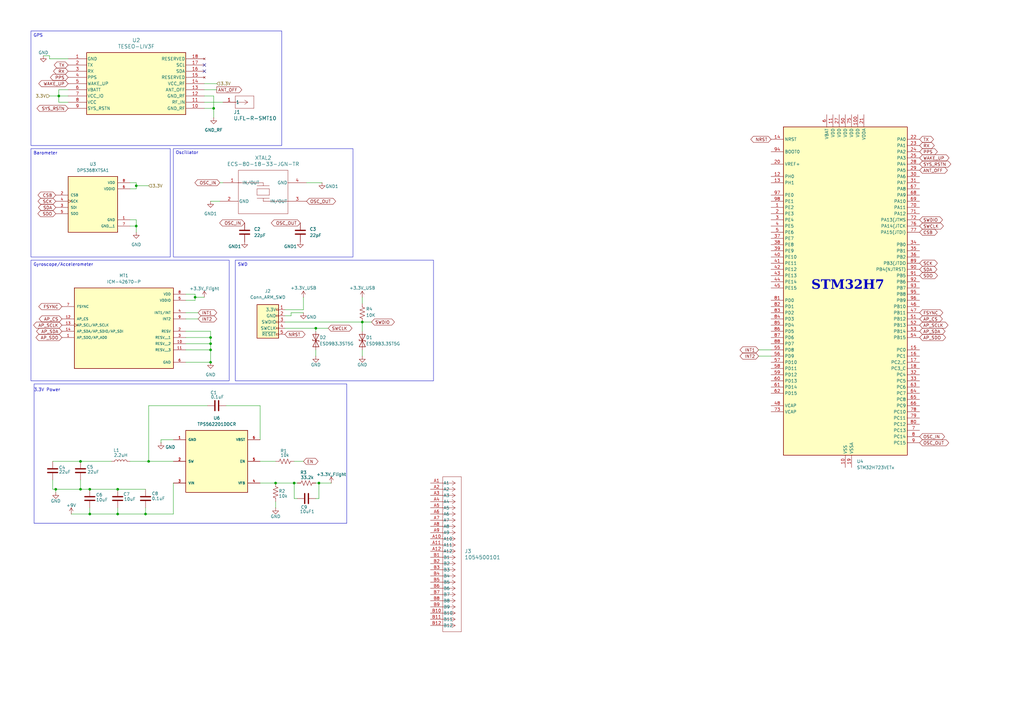
<source format=kicad_sch>
(kicad_sch (version 20250114) (generator "eeschema") (generator_version "9.0")
  (paper "A3")
  (lib_symbols
    (symbol "DPS368XTSA1:DPS368XTSA1" (pin_names (offset 1.016))
      (property "Reference" "U" (at -10.16 10.922 0))
      (property "Value" "DPS368XTSA1" (at -10.16 -15.24 0))
      (symbol "DPS368XTSA1_0_0"
        (pin input line (at -15.24 2.54 0) (length 5.08) (name "CSB") (number "2"))
        (pin input clock (at -15.24 0 0) (length 5.08) (name "SCK") (number "4"))
        (pin input line (at -15.24 -2.54 0) (length 5.08) (name "SDI") (number "3"))
        (pin output line (at -15.24 -5.08 0) (length 5.08) (name "SDO") (number "5"))
        (pin power_in line (at 15.24 7.62 180) (length 5.08) (name "VDD") (number "8"))
        (pin power_in line (at 15.24 5.08 180) (length 5.08) (name "VDDIO") (number "6"))
        (pin power_in line (at 15.24 -7.62 180) (length 5.08) (name "GND") (number "1"))
        (pin power_in line (at 15.24 -10.16 180) (length 5.08) (name "GND__1") (number "7"))
      )
    )
    (symbol "Device:C" (pin_numbers (hide yes)) (pin_names (offset 0.254))
      (property "Reference" "C" (at 0.635 2.54 0))
      (property "Value" "C" (at 0.635 -2.54 0))
      (symbol "C_1_1"
        (pin passive line (at 0 3.81 270) (length 2.794) (name "~") (number "1"))
        (pin passive line (at 0 -3.81 90) (length 2.794) (name "~") (number "2"))
      )
    )
    (symbol "Device:L" (pin_numbers (hide yes)) (pin_names (offset 1.016) (hide yes))
      (property "Reference" "L" (at -1.27 0 90))
      (property "Value" "L" (at 1.905 0 90))
      (symbol "L_1_1"
        (pin passive line (at 0 3.81 270) (length 1.27) (name "1") (number "1"))
        (pin passive line (at 0 -3.81 90) (length 1.27) (name "2") (number "2"))
      )
    )
    (symbol "Device:R_US" (pin_numbers (hide yes)) (pin_names (offset 0))
      (property "Reference" "R" (at 2.54 0 90))
      (property "Value" "R_US" (at -2.54 0 90))
      (symbol "R_US_1_1"
        (pin passive line (at 0 3.81 270) (length 1.27) (name "~") (number "1"))
        (pin passive line (at 0 -3.81 90) (length 1.27) (name "~") (number "2"))
      )
    )
    (symbol "Diode:ESD9B3.3ST5G" (pin_numbers (hide yes)) (pin_names (offset 1.016) (hide yes))
      (property "Reference" "D" (at 0 2.54 0))
      (property "Value" "ESD9B3.3ST5G" (at 0 -2.54 0))
      (symbol "ESD9B3.3ST5G_1_1"
        (pin passive line (at -3.81 0 0) (length 2.54) (name "A1") (number "1"))
        (pin passive line (at 3.81 0 180) (length 2.54) (name "A2") (number "2"))
      )
    )
    (symbol "ECS-80-18-33-JGN-TR_1" (pin_names (offset 0.254))
      (property "Reference" "XTAL" (at 17.78 10.16 0))
      (property "Value" "ECS-80-18-33-JGN-TR" (at 19.558 7.62 0))
      (symbol "ECS-80-18-33-JGN-TR_1_0_1"
        (pin power_out line (at 0 -7.62 0) (length 7.62) (name "GND") (number "2"))
        (pin bidirectional line (at 1.27 0 0) (length 7.62) (name "IN/OUT") (number "1"))
      )
      (symbol "ECS-80-18-33-JGN-TR_1_1_1"
        (pin power_out line (at 35.56 0 180) (length 7.62) (name "GND") (number "4"))
        (pin bidirectional line (at 35.56 -7.62 180) (length 7.62) (name "IN/OUT") (number "3"))
      )
    )
    (symbol "ICM-42670-P:ICM-42670-P" (pin_names (offset 1.016))
      (property "Reference" "MT" (at -20.32 13.97 0))
      (property "Value" "ICM-42670-P" (at -20.32 -22.86 0))
      (symbol "ICM-42670-P_0_0"
        (pin input line (at -25.4 5.08 0) (length 5.08) (name "FSYNC") (number "7"))
        (pin input line (at -25.4 0 0) (length 5.08) (name "AP_CS") (number "12"))
        (pin input clock (at -25.4 -2.54 0) (length 5.08) (name "AP_SCL/AP_SCLK") (number "13"))
        (pin bidirectional line (at -25.4 -5.08 0) (length 5.08) (name "AP_SDA/AP_SDIO/AP_SDI") (number "14"))
        (pin bidirectional line (at -25.4 -7.62 0) (length 5.08) (name "AP_SDO/AP_AD0") (number "1"))
        (pin power_in line (at 25.4 10.16 180) (length 5.08) (name "VDD") (number "8"))
        (pin power_in line (at 25.4 7.62 180) (length 5.08) (name "VDDIO") (number "5"))
        (pin output line (at 25.4 2.54 180) (length 5.08) (name "INT1/INT") (number "4"))
        (pin output line (at 25.4 0 180) (length 5.08) (name "INT2") (number "9"))
        (pin passive line (at 25.4 -5.08 180) (length 5.08) (name "RESV") (number "2"))
        (pin passive line (at 25.4 -7.62 180) (length 5.08) (name "RESV__1") (number "3"))
        (pin passive line (at 25.4 -10.16 180) (length 5.08) (name "RESV__2") (number "10"))
        (pin passive line (at 25.4 -12.7 180) (length 5.08) (name "RESV__3") (number "11"))
        (pin power_in line (at 25.4 -17.78 180) (length 5.08) (name "GND") (number "6"))
      )
    )
    (symbol "MCU_ST_STM32H7:STM32H723VETx"
      (property "Reference" "U" (at -25.4 69.85 0))
      (property "Value" "STM32H723VETx" (at 10.16 69.85 0))
      (symbol "STM32H723VETx_1_1"
        (pin input line (at -30.48 63.5 0) (length 5.08) (name "NRST") (number "14"))
        (pin input line (at -30.48 58.42 0) (length 5.08) (name "BOOT0") (number "94"))
        (pin input line (at -30.48 53.34 0) (length 5.08) (name "VREF+") (number "20"))
        (pin bidirectional line (at -30.48 48.26 0) (length 5.08) (name "PH0") (number "12"))
        (pin bidirectional line (at -30.48 45.72 0) (length 5.08) (name "PH1") (number "13"))
        (pin bidirectional line (at -30.48 40.64 0) (length 5.08) (name "PE0") (number "97"))
        (pin bidirectional line (at -30.48 38.1 0) (length 5.08) (name "PE1") (number "98"))
        (pin bidirectional line (at -30.48 35.56 0) (length 5.08) (name "PE2") (number "1"))
        (pin bidirectional line (at -30.48 33.02 0) (length 5.08) (name "PE3") (number "2"))
        (pin bidirectional line (at -30.48 30.48 0) (length 5.08) (name "PE4") (number "3"))
        (pin bidirectional line (at -30.48 27.94 0) (length 5.08) (name "PE5") (number "4"))
        (pin bidirectional line (at -30.48 25.4 0) (length 5.08) (name "PE6") (number "5"))
        (pin bidirectional line (at -30.48 22.86 0) (length 5.08) (name "PE7") (number "37"))
        (pin bidirectional line (at -30.48 20.32 0) (length 5.08) (name "PE8") (number "38"))
        (pin bidirectional line (at -30.48 17.78 0) (length 5.08) (name "PE9") (number "39"))
        (pin bidirectional line (at -30.48 15.24 0) (length 5.08) (name "PE10") (number "40"))
        (pin bidirectional line (at -30.48 12.7 0) (length 5.08) (name "PE11") (number "41"))
        (pin bidirectional line (at -30.48 10.16 0) (length 5.08) (name "PE12") (number "42"))
        (pin bidirectional line (at -30.48 7.62 0) (length 5.08) (name "PE13") (number "43"))
        (pin bidirectional line (at -30.48 5.08 0) (length 5.08) (name "PE14") (number "44"))
        (pin bidirectional line (at -30.48 2.54 0) (length 5.08) (name "PE15") (number "45"))
        (pin bidirectional line (at -30.48 -2.54 0) (length 5.08) (name "PD0") (number "81"))
        (pin bidirectional line (at -30.48 -5.08 0) (length 5.08) (name "PD1") (number "82"))
        (pin bidirectional line (at -30.48 -7.62 0) (length 5.08) (name "PD2") (number "83"))
        (pin bidirectional line (at -30.48 -10.16 0) (length 5.08) (name "PD3") (number "84"))
        (pin bidirectional line (at -30.48 -12.7 0) (length 5.08) (name "PD4") (number "85"))
        (pin bidirectional line (at -30.48 -15.24 0) (length 5.08) (name "PD5") (number "86"))
        (pin bidirectional line (at -30.48 -17.78 0) (length 5.08) (name "PD6") (number "87"))
        (pin bidirectional line (at -30.48 -20.32 0) (length 5.08) (name "PD7") (number "88"))
        (pin bidirectional line (at -30.48 -22.86 0) (length 5.08) (name "PD8") (number "55"))
        (pin bidirectional line (at -30.48 -25.4 0) (length 5.08) (name "PD9") (number "56"))
        (pin bidirectional line (at -30.48 -27.94 0) (length 5.08) (name "PD10") (number "57"))
        (pin bidirectional line (at -30.48 -30.48 0) (length 5.08) (name "PD11") (number "58"))
        (pin bidirectional line (at -30.48 -33.02 0) (length 5.08) (name "PD12") (number "59"))
        (pin bidirectional line (at -30.48 -35.56 0) (length 5.08) (name "PD13") (number "60"))
        (pin bidirectional line (at -30.48 -38.1 0) (length 5.08) (name "PD14") (number "61"))
        (pin bidirectional line (at -30.48 -40.64 0) (length 5.08) (name "PD15") (number "62"))
        (pin power_out line (at -30.48 -45.72 0) (length 5.08) (name "VCAP") (number "48"))
        (pin power_out line (at -30.48 -48.26 0) (length 5.08) (name "VCAP") (number "73"))
        (pin power_in line (at -7.62 73.66 270) (length 5.08) (name "VBAT") (number "6"))
        (pin power_in line (at -5.08 73.66 270) (length 5.08) (name "VDD") (number "11"))
        (pin power_in line (at -2.54 73.66 270) (length 5.08) (name "VDD") (number "27"))
        (pin power_in line (at 0 73.66 270) (length 5.08) (name "VDD") (number "50"))
        (pin power_in line (at 0 -71.12 90) (length 5.08) (name "VSS") (number "10"))
        (pin passive line (at 0 -71.12 90) (length 5.08) (hide yes) (name "VSS") (number "26"))
        (pin passive line (at 0 -71.12 90) (length 5.08) (hide yes) (name "VSS") (number "49"))
        (pin passive line (at 0 -71.12 90) (length 5.08) (hide yes) (name "VSS") (number "74"))
        (pin passive line (at 0 -71.12 90) (length 5.08) (hide yes) (name "VSS") (number "99"))
        (pin power_in line (at 2.54 73.66 270) (length 5.08) (name "VDD") (number "75"))
        (pin power_in line (at 2.54 -71.12 90) (length 5.08) (name "VSSA") (number "19"))
        (pin power_in line (at 5.08 73.66 270) (length 5.08) (name "VDD") (number "100"))
        (pin power_in line (at 7.62 73.66 270) (length 5.08) (name "VDDA") (number "21"))
        (pin bidirectional line (at 30.48 63.5 180) (length 5.08) (name "PA0") (number "22"))
        (pin bidirectional line (at 30.48 60.96 180) (length 5.08) (name "PA1") (number "23"))
        (pin bidirectional line (at 30.48 58.42 180) (length 5.08) (name "PA2") (number "24"))
        (pin bidirectional line (at 30.48 55.88 180) (length 5.08) (name "PA3") (number "25"))
        (pin bidirectional line (at 30.48 53.34 180) (length 5.08) (name "PA4") (number "28"))
        (pin bidirectional line (at 30.48 50.8 180) (length 5.08) (name "PA5") (number "29"))
        (pin bidirectional line (at 30.48 48.26 180) (length 5.08) (name "PA6") (number "30"))
        (pin bidirectional line (at 30.48 45.72 180) (length 5.08) (name "PA7") (number "31"))
        (pin bidirectional line (at 30.48 43.18 180) (length 5.08) (name "PA8") (number "67"))
        (pin bidirectional line (at 30.48 40.64 180) (length 5.08) (name "PA9") (number "68"))
        (pin bidirectional line (at 30.48 38.1 180) (length 5.08) (name "PA10") (number "69"))
        (pin bidirectional line (at 30.48 35.56 180) (length 5.08) (name "PA11") (number "70"))
        (pin bidirectional line (at 30.48 33.02 180) (length 5.08) (name "PA12") (number "71"))
        (pin bidirectional line (at 30.48 30.48 180) (length 5.08) (name "PA13(JTMS") (number "72"))
        (pin bidirectional line (at 30.48 27.94 180) (length 5.08) (name "PA14(JTCK") (number "76"))
        (pin bidirectional line (at 30.48 25.4 180) (length 5.08) (name "PA15(JTDI)") (number "77"))
        (pin bidirectional line (at 30.48 20.32 180) (length 5.08) (name "PB0") (number "34"))
        (pin bidirectional line (at 30.48 17.78 180) (length 5.08) (name "PB1") (number "35"))
        (pin bidirectional line (at 30.48 15.24 180) (length 5.08) (name "PB2") (number "36"))
        (pin bidirectional line (at 30.48 12.7 180) (length 5.08) (name "PB3(JTDO") (number "89"))
        (pin bidirectional line (at 30.48 10.16 180) (length 5.08) (name "PB4(NJTRST)") (number "90"))
        (pin bidirectional line (at 30.48 7.62 180) (length 5.08) (name "PB5") (number "91"))
        (pin bidirectional line (at 30.48 5.08 180) (length 5.08) (name "PB6") (number "92"))
        (pin bidirectional line (at 30.48 2.54 180) (length 5.08) (name "PB7") (number "93"))
        (pin bidirectional line (at 30.48 0 180) (length 5.08) (name "PB8") (number "95"))
        (pin bidirectional line (at 30.48 -2.54 180) (length 5.08) (name "PB9") (number "96"))
        (pin bidirectional line (at 30.48 -5.08 180) (length 5.08) (name "PB10") (number "46"))
        (pin bidirectional line (at 30.48 -7.62 180) (length 5.08) (name "PB11") (number "47"))
        (pin bidirectional line (at 30.48 -10.16 180) (length 5.08) (name "PB12") (number "51"))
        (pin bidirectional line (at 30.48 -12.7 180) (length 5.08) (name "PB13") (number "52"))
        (pin bidirectional line (at 30.48 -15.24 180) (length 5.08) (name "PB14") (number "53"))
        (pin bidirectional line (at 30.48 -17.78 180) (length 5.08) (name "PB15") (number "54"))
        (pin bidirectional line (at 30.48 -22.86 180) (length 5.08) (name "PC0") (number "15"))
        (pin bidirectional line (at 30.48 -25.4 180) (length 5.08) (name "PC1") (number "16"))
        (pin bidirectional line (at 30.48 -27.94 180) (length 5.08) (name "PC2_C") (number "17"))
        (pin bidirectional line (at 30.48 -30.48 180) (length 5.08) (name "PC3_C") (number "18"))
        (pin bidirectional line (at 30.48 -33.02 180) (length 5.08) (name "PC4") (number "32"))
        (pin bidirectional line (at 30.48 -35.56 180) (length 5.08) (name "PC5") (number "33"))
        (pin bidirectional line (at 30.48 -38.1 180) (length 5.08) (name "PC6") (number "63"))
        (pin bidirectional line (at 30.48 -40.64 180) (length 5.08) (name "PC7") (number "64"))
        (pin bidirectional line (at 30.48 -43.18 180) (length 5.08) (name "PC8") (number "65"))
        (pin bidirectional line (at 30.48 -45.72 180) (length 5.08) (name "PC9") (number "66"))
        (pin bidirectional line (at 30.48 -48.26 180) (length 5.08) (name "PC10") (number "78"))
        (pin bidirectional line (at 30.48 -50.8 180) (length 5.08) (name "PC11") (number "79"))
        (pin bidirectional line (at 30.48 -53.34 180) (length 5.08) (name "PC12") (number "80"))
        (pin bidirectional line (at 30.48 -55.88 180) (length 5.08) (name "PC13") (number "7"))
        (pin bidirectional line (at 30.48 -58.42 180) (length 5.08) (name "PC14") (number "8"))
        (pin bidirectional line (at 30.48 -60.96 180) (length 5.08) (name "PC15") (number "9"))
      )
    )
    (symbol "SWD:Conn_ARM_JTAG_SWD_10" (pin_names (offset 1.016))
      (property "Reference" "J" (at 0.762 15.748 0))
      (property "Value" "Conn_ARM_SWD" (at 0.762 13.208 0))
      (symbol "Conn_ARM_JTAG_SWD_10_1_1"
        (pin power_in line (at -2.54 8.89 180) (length 2.54) (name "3.3V") (number "1"))
        (pin power_in line (at -2.54 6.35 180) (length 2.54) (name "GND") (number "2"))
        (pin output line (at -2.54 3.81 180) (length 2.54) (name "SWDIO") (number "3"))
        (pin bidirectional line (at -2.54 1.27 180) (length 2.54) (name "SWCLK") (number "4"))
        (pin open_collector line (at -2.54 -1.27 180) (length 2.54) (name "~{RESET}") (number "5"))
      )
    )
    (symbol "TESEO-LIV3F:TESEO-LIV3F" (pin_names (offset 0.254))
      (property "Reference" "U" (at 27.94 10.16 0))
      (property "Value" "TESEO-LIV3F" (at 27.94 7.62 0))
      (symbol "TESEO-LIV3F_0_1"
        (pin power_out line (at 0 0 0) (length 7.62) (name "GND") (number "1"))
        (pin output line (at 0 -2.54 0) (length 7.62) (name "TX") (number "2"))
        (pin input line (at 0 -5.08 0) (length 7.62) (name "RX") (number "3"))
        (pin output line (at 0 -7.62 0) (length 7.62) (name "PPS") (number "4"))
        (pin input line (at 0 -10.16 0) (length 7.62) (name "WAKE_UP") (number "5"))
        (pin power_in line (at 0 -12.7 0) (length 7.62) (name "VBATT") (number "6"))
        (pin power_in line (at 0 -15.24 0) (length 7.62) (name "VCC_IO") (number "7"))
        (pin power_in line (at 0 -17.78 0) (length 7.62) (name "VCC") (number "8"))
        (pin input line (at 0 -20.32 0) (length 7.62) (name "SYS_RSTN") (number "9"))
        (pin no_connect line (at 55.88 0 180) (length 7.62) (name "RESERVED") (number "18"))
        (pin bidirectional line (at 55.88 -2.54 180) (length 7.62) (name "SCL") (number "17"))
        (pin bidirectional line (at 55.88 -5.08 180) (length 7.62) (name "SDA") (number "16"))
        (pin no_connect line (at 55.88 -7.62 180) (length 7.62) (name "RESERVED") (number "15"))
        (pin output line (at 55.88 -10.16 180) (length 7.62) (name "VCC_RF") (number "14"))
        (pin output line (at 55.88 -12.7 180) (length 7.62) (name "ANT_OFF") (number "13"))
        (pin power_out line (at 55.88 -15.24 180) (length 7.62) (name "GND_RF") (number "12"))
        (pin input line (at 55.88 -17.78 180) (length 7.62) (name "RF_IN") (number "11"))
        (pin power_out line (at 55.88 -20.32 180) (length 7.62) (name "GND_RF") (number "10"))
      )
    )
    (symbol "TPS562201DDCR_1" (pin_names (offset 1.016))
      (property "Reference" "U" (at -12.7 13.7 0))
      (property "Value" "TPS562201DDCR" (at -12.7 -16.7 0))
      (symbol "TPS562201DDCR_1_0_0"
        (pin power_in line (at -17.78 8.89 0) (length 5.08) (name "GND") (number "1"))
        (pin bidirectional line (at -17.78 0 0) (length 5.08) (name "SW") (number "2"))
        (pin power_in line (at -17.78 -8.89 0) (length 5.08) (name "VIN") (number "3"))
        (pin input line (at 17.78 8.89 180) (length 5.08) (name "VBST") (number "6"))
        (pin input line (at 17.78 0 180) (length 5.08) (name "EN") (number "5"))
        (pin input line (at 17.78 -8.89 180) (length 5.08) (name "VFB") (number "4"))
      )
    )
    (symbol "U.FL_CONN_v.UL:U.FL-R-SMT10" (pin_names (offset 0.254))
      (property "Reference" "J" (at 8.89 4.318 0))
      (property "Value" "U.FL-R-SMT10" (at 0.254 9.144 0))
      (symbol "U.FL-R-SMT10_1_1"
        (pin unspecified line (at 0 0 0) (length 5.08) (name "1") (number "1"))
      )
      (symbol "U.FL-R-SMT10_1_2"
        (pin unspecified line (at 0 0 0) (length 5.08) (name "1") (number "1"))
      )
    )
    (symbol "power:+3.3V" (power) (pin_numbers (hide yes)) (pin_names (offset 0) (hide yes))
      (property "Value" "+3.3V" (at 0 3.556 0))
      (symbol "+3.3V_1_1"
        (pin power_in line (at 0 0 90) (length 0) (name "~") (number "1"))
      )
    )
    (symbol "power:+9V" (power) (pin_numbers (hide yes)) (pin_names (offset 0) (hide yes))
      (property "Value" "+9V" (at 0 3.556 0))
      (symbol "+9V_1_1"
        (pin power_in line (at 0 0 90) (length 0) (name "~") (number "1"))
      )
    )
    (symbol "power:GND" (power) (pin_numbers (hide yes)) (pin_names (offset 0) (hide yes))
      (property "Value" "GND" (at 0 -3.81 0))
      (symbol "GND_1_1"
        (pin power_in line (at 0 0 270) (length 0) (name "~") (number "1"))
      )
    )
    (symbol "power:GND1" (power) (pin_numbers (hide yes)) (pin_names (offset 0) (hide yes))
      (property "Value" "GND1" (at 0 -3.81 0))
      (symbol "GND1_1_1"
        (pin power_in line (at 0 0 270) (length 0) (name "~") (number "1"))
      )
    )
    (symbol "usbc:1054500101" (pin_names (offset 0.254))
      (property "Reference" "J" (at 8.89 6.35 0))
      (property "Value" "1054500101" (at 1.016 4.826 0))
      (symbol "1054500101_0_1"
        (pin unspecified line (at 0 0 0) (length 5.08) (name "A1") (number "A1"))
        (pin unspecified line (at 0 -2.54 0) (length 5.08) (name "A2") (number "A2"))
        (pin unspecified line (at 0 -5.08 0) (length 5.08) (name "A3") (number "A3"))
        (pin unspecified line (at 0 -7.62 0) (length 5.08) (name "A4") (number "A4"))
        (pin unspecified line (at 0 -10.16 0) (length 5.08) (name "A5") (number "A5"))
        (pin unspecified line (at 0 -12.7 0) (length 5.08) (name "A6") (number "A6"))
        (pin unspecified line (at 0 -15.24 0) (length 5.08) (name "A7") (number "A7"))
        (pin unspecified line (at 0 -17.78 0) (length 5.08) (name "A8") (number "A8"))
        (pin unspecified line (at 0 -20.32 0) (length 5.08) (name "A9") (number "A9"))
        (pin unspecified line (at 0 -22.86 0) (length 5.08) (name "A10") (number "A10"))
        (pin unspecified line (at 0 -25.4 0) (length 5.08) (name "A11") (number "A11"))
        (pin unspecified line (at 0 -27.94 0) (length 5.08) (name "A12") (number "A12"))
        (pin unspecified line (at 0 -30.48 0) (length 5.08) (name "B1") (number "B1"))
        (pin unspecified line (at 0 -33.02 0) (length 5.08) (name "B2") (number "B2"))
        (pin unspecified line (at 0 -35.56 0) (length 5.08) (name "B3") (number "B3"))
        (pin unspecified line (at 0 -38.1 0) (length 5.08) (name "B4") (number "B4"))
        (pin unspecified line (at 0 -40.64 0) (length 5.08) (name "B5") (number "B5"))
        (pin unspecified line (at 0 -43.18 0) (length 5.08) (name "B6") (number "B6"))
        (pin unspecified line (at 0 -45.72 0) (length 5.08) (name "B7") (number "B7"))
        (pin unspecified line (at 0 -48.26 0) (length 5.08) (name "B8") (number "B8"))
        (pin unspecified line (at 0 -50.8 0) (length 5.08) (name "B9") (number "B9"))
        (pin unspecified line (at 0 -53.34 0) (length 5.08) (name "B10") (number "B10"))
        (pin unspecified line (at 0 -55.88 0) (length 5.08) (name "B11") (number "B11"))
        (pin unspecified line (at 0 -58.42 0) (length 5.08) (name "B12") (number "B12"))
      )
    )
  )
  (rectangle (start 71.12 60.96) (end 144.78 105.41))
  (rectangle (start 13.97 157.48) (end 142.24 214.63))
  (text "3.3V Power\n" (at 19.304 160.02 0) (effects (font (size 1.27 1.27))))
  (text "STM32H7" (at 347.726 118.11 0) (effects (font (size 3.81 3.81) (bold yes))))
  (text "Oscillator\n" (at 76.708 62.738 0) (effects (font (size 1.27 1.27))))
  (text_box "GPS\n" (at 12.7 12.7 0) (size 102.87 46.99) (margins 0.9525 0.9525 0.9525 0.9525) (effects (font (size 1.27 1.27)) (justify left top)))
  (text_box "SWD\n" (at 96.52 106.68 0) (size 81.28 49.53) (margins 0.9525 0.9525 0.9525 0.9525) (effects (font (size 1.27 1.27)) (justify left top)))
  (text_box "Barometer\n" (at 12.7 60.96 0) (size 57.15 44.45) (margins 0.9525 0.9525 0.9525 0.9525) (effects (font (size 1.27 1.27)) (justify left top)))
  (text_box "Gyroscope/Accelerometer\n" (at 12.7 106.68 0) (size 81.28 49.53) (margins 0.9525 0.9525 0.9525 0.9525) (effects (font (size 1.27 1.27)) (justify left top)))
  (junction (at 130.81 198.12))
  (junction (at 113.03 198.12))
  (junction (at 148.59 132.08))
  (junction (at 55.88 92.71))
  (junction (at 59.69 210.82))
  (junction (at 80.01 121.92))
  (junction (at 120.65 198.12))
  (junction (at 22.86 200.66))
  (junction (at 60.96 189.23))
  (junction (at 24.13 39.37))
  (junction (at 129.54 134.62))
  (junction (at 87.63 44.45))
  (junction (at 33.02 189.23))
  (junction (at 48.26 200.66))
  (junction (at 33.02 200.66))
  (junction (at 36.83 210.82))
  (junction (at 48.26 210.82))
  (junction (at 86.36 138.43))
  (junction (at 86.36 148.59))
  (junction (at 36.83 200.66))
  (junction (at 86.36 143.51))
  (junction (at 55.88 76.2))
  (junction (at 86.36 140.97))
  (no_connect (at 83.82 29.21))
  (no_connect (at 83.82 26.67))
  (wire (pts (xy 129.54 134.62) (xy 116.84 134.62)))
  (wire (pts (xy 148.59 132.08) (xy 152.4 132.08)))
  (wire (pts (xy 76.2 138.43) (xy 86.36 138.43)))
  (wire (pts (xy 83.82 44.45) (xy 87.63 44.45)))
  (wire (pts (xy 106.68 180.34) (xy 106.68 166.37)))
  (wire (pts (xy 53.34 74.93) (xy 55.88 74.93)))
  (wire (pts (xy 83.82 39.37) (xy 87.63 39.37)))
  (wire (pts (xy 86.36 140.97) (xy 86.36 143.51)))
  (wire (pts (xy 129.54 134.62) (xy 129.54 135.89)))
  (wire (pts (xy 106.68 198.12) (xy 113.03 198.12)))
  (wire (pts (xy 20.32 24.13) (xy 27.94 24.13)))
  (wire (pts (xy 66.04 180.34) (xy 66.04 181.61)))
  (wire (pts (xy 59.69 208.28) (xy 59.69 210.82)))
  (wire (pts (xy 76.2 123.19) (xy 80.01 123.19)))
  (wire (pts (xy 148.59 143.51) (xy 148.59 146.05)))
  (wire (pts (xy 80.01 121.92) (xy 83.82 121.92)))
  (wire (pts (xy 21.59 200.66) (xy 22.86 200.66)))
  (wire (pts (xy 22.86 200.66) (xy 33.02 200.66)))
  (wire (pts (xy 124.46 127) (xy 124.46 121.92)))
  (wire (pts (xy 36.83 210.82) (xy 48.26 210.82)))
  (wire (pts (xy 33.02 200.66) (xy 36.83 200.66)))
  (wire (pts (xy 83.82 41.91) (xy 91.44 41.91)))
  (wire (pts (xy 55.88 92.71) (xy 55.88 95.25)))
  (wire (pts (xy 48.26 200.66) (xy 59.69 200.66)))
  (wire (pts (xy 116.84 127) (xy 124.46 127)))
  (wire (pts (xy 125.73 74.93) (xy 132.08 74.93)))
  (wire (pts (xy 86.36 82.55) (xy 90.17 82.55)))
  (wire (pts (xy 24.13 41.91) (xy 27.94 41.91)))
  (wire (pts (xy 76.2 148.59) (xy 86.36 148.59)))
  (wire (pts (xy 71.12 180.34) (xy 66.04 180.34)))
  (wire (pts (xy 120.65 189.23) (xy 124.46 189.23)))
  (wire (pts (xy 24.13 39.37) (xy 27.94 39.37)))
  (wire (pts (xy 55.88 77.47) (xy 55.88 76.2)))
  (wire (pts (xy 119.38 128.27) (xy 124.46 128.27)))
  (wire (pts (xy 21.59 189.23) (xy 33.02 189.23)))
  (wire (pts (xy 106.68 189.23) (xy 113.03 189.23)))
  (wire (pts (xy 148.59 121.92) (xy 148.59 124.46)))
  (wire (pts (xy 119.38 128.27) (xy 119.38 129.54)))
  (wire (pts (xy 24.13 39.37) (xy 24.13 41.91)))
  (wire (pts (xy 53.34 90.17) (xy 55.88 90.17)))
  (wire (pts (xy 76.2 130.81) (xy 81.28 130.81)))
  (wire (pts (xy 20.32 22.86) (xy 20.32 24.13)))
  (wire (pts (xy 120.65 198.12) (xy 120.65 204.47)))
  (wire (pts (xy 83.82 36.83) (xy 88.9 36.83)))
  (wire (pts (xy 76.2 128.27) (xy 81.28 128.27)))
  (wire (pts (xy 113.03 198.12) (xy 120.65 198.12)))
  (wire (pts (xy 130.81 204.47) (xy 130.81 198.12)))
  (wire (pts (xy 53.34 92.71) (xy 55.88 92.71)))
  (wire (pts (xy 33.02 189.23) (xy 45.72 189.23)))
  (wire (pts (xy 85.09 166.37) (xy 60.96 166.37)))
  (wire (pts (xy 90.17 74.93) (xy 91.44 74.93)))
  (wire (pts (xy 129.54 198.12) (xy 130.81 198.12)))
  (wire (pts (xy 116.84 132.08) (xy 148.59 132.08)))
  (wire (pts (xy 71.12 210.82) (xy 59.69 210.82)))
  (wire (pts (xy 76.2 135.89) (xy 86.36 135.89)))
  (wire (pts (xy 86.36 143.51) (xy 86.36 148.59)))
  (wire (pts (xy 24.13 39.37) (xy 24.13 36.83)))
  (wire (pts (xy 76.2 120.65) (xy 80.01 120.65)))
  (wire (pts (xy 129.54 143.51) (xy 129.54 146.05)))
  (wire (pts (xy 311.15 146.05) (xy 316.23 146.05)))
  (wire (pts (xy 20.32 39.37) (xy 24.13 39.37)))
  (wire (pts (xy 55.88 76.2) (xy 60.96 76.2)))
  (wire (pts (xy 120.65 198.12) (xy 121.92 198.12)))
  (wire (pts (xy 33.02 196.85) (xy 33.02 200.66)))
  (wire (pts (xy 48.26 208.28) (xy 48.26 210.82)))
  (wire (pts (xy 48.26 210.82) (xy 59.69 210.82)))
  (wire (pts (xy 130.81 198.12) (xy 135.89 198.12)))
  (wire (pts (xy 22.86 200.66) (xy 22.86 201.93)))
  (wire (pts (xy 55.88 74.93) (xy 55.88 76.2)))
  (wire (pts (xy 86.36 135.89) (xy 86.36 138.43)))
  (wire (pts (xy 60.96 166.37) (xy 60.96 189.23)))
  (wire (pts (xy 60.96 189.23) (xy 71.12 189.23)))
  (wire (pts (xy 129.54 204.47) (xy 130.81 204.47)))
  (wire (pts (xy 29.21 210.82) (xy 36.83 210.82)))
  (wire (pts (xy 17.78 22.86) (xy 20.32 22.86)))
  (wire (pts (xy 87.63 44.45) (xy 87.63 48.26)))
  (wire (pts (xy 53.34 77.47) (xy 55.88 77.47)))
  (wire (pts (xy 113.03 205.74) (xy 113.03 208.28)))
  (wire (pts (xy 24.13 36.83) (xy 27.94 36.83)))
  (wire (pts (xy 311.15 143.51) (xy 316.23 143.51)))
  (wire (pts (xy 119.38 129.54) (xy 116.84 129.54)))
  (wire (pts (xy 134.62 134.62) (xy 129.54 134.62)))
  (wire (pts (xy 21.59 196.85) (xy 21.59 200.66)))
  (wire (pts (xy 36.83 208.28) (xy 36.83 210.82)))
  (wire (pts (xy 86.36 138.43) (xy 86.36 140.97)))
  (wire (pts (xy 121.92 204.47) (xy 120.65 204.47)))
  (wire (pts (xy 83.82 34.29) (xy 88.9 34.29)))
  (wire (pts (xy 55.88 90.17) (xy 55.88 92.71)))
  (wire (pts (xy 71.12 198.12) (xy 71.12 210.82)))
  (wire (pts (xy 106.68 166.37) (xy 92.71 166.37)))
  (wire (pts (xy 76.2 140.97) (xy 86.36 140.97)))
  (wire (pts (xy 80.01 123.19) (xy 80.01 121.92)))
  (wire (pts (xy 87.63 39.37) (xy 87.63 44.45)))
  (wire (pts (xy 53.34 189.23) (xy 60.96 189.23)))
  (wire (pts (xy 76.2 143.51) (xy 86.36 143.51)))
  (wire (pts (xy 80.01 120.65) (xy 80.01 121.92)))
  (wire (pts (xy 36.83 200.66) (xy 48.26 200.66)))
  (wire (pts (xy 148.59 132.08) (xy 148.59 135.89)))
  (global_label "CSB" (shape bidirectional) (at 22.86 80.01 180) (property "Intersheetrefs" "${INTERSHEET_REFS}" (effects (hide yes))))
  (global_label "INT2" (shape bidirectional) (at 311.15 146.05 180) (property "Intersheetrefs" "${INTERSHEET_REFS}" (effects (hide yes))))
  (global_label "AP_CS" (shape bidirectional) (at 25.4 130.81 180) (property "Intersheetrefs" "${INTERSHEET_REFS}" (effects (hide yes))))
  (global_label "SDA" (shape bidirectional) (at 377.19 110.49 0) (property "Intersheetrefs" "${INTERSHEET_REFS}" (effects (hide yes))))
  (global_label "ANT_OFF" (shape output) (at 88.9 36.83 0) (property "Intersheetrefs" "${INTERSHEET_REFS}" (effects (hide yes))))
  (global_label "SDO" (shape bidirectional) (at 22.86 87.63 180) (property "Intersheetrefs" "${INTERSHEET_REFS}" (effects (hide yes))))
  (global_label "FSYNC" (shape bidirectional) (at 377.19 128.27 0) (property "Intersheetrefs" "${INTERSHEET_REFS}" (effects (hide yes))))
  (global_label "INT1" (shape bidirectional) (at 311.15 143.51 180) (property "Intersheetrefs" "${INTERSHEET_REFS}" (effects (hide yes))))
  (global_label "SCK" (shape bidirectional) (at 377.19 107.95 0) (property "Intersheetrefs" "${INTERSHEET_REFS}" (effects (hide yes))))
  (global_label "OSC_OUT" (shape bidirectional) (at 377.19 181.61 0) (property "Intersheetrefs" "${INTERSHEET_REFS}" (effects (hide yes))))
  (global_label "PPS" (shape bidirectional) (at 27.94 31.75 180) (property "Intersheetrefs" "${INTERSHEET_REFS}" (effects (hide yes))))
  (global_label "ANT_OFF" (shape bidirectional) (at 377.19 69.85 0) (property "Intersheetrefs" "${INTERSHEET_REFS}" (effects (hide yes))))
  (global_label "OSC_OUT" (shape bidirectional) (at 123.19 91.44 180) (property "Intersheetrefs" "${INTERSHEET_REFS}" (effects (hide yes))))
  (global_label "NRST" (shape bidirectional) (at 116.84 137.16 0) (property "Intersheetrefs" "${INTERSHEET_REFS}" (effects (hide yes))))
  (global_label "WAKE_UP" (shape bidirectional) (at 377.19 64.77 0) (property "Intersheetrefs" "${INTERSHEET_REFS}" (effects (hide yes))))
  (global_label "OSC_OUT" (shape bidirectional) (at 125.73 82.55 0) (property "Intersheetrefs" "${INTERSHEET_REFS}" (effects (hide yes))))
  (global_label "SWCLK" (shape bidirectional) (at 134.62 134.62 0) (property "Intersheetrefs" "${INTERSHEET_REFS}" (effects (hide yes))))
  (global_label "AP_SCLK" (shape bidirectional) (at 377.19 133.35 0) (property "Intersheetrefs" "${INTERSHEET_REFS}" (effects (hide yes))))
  (global_label "PPS" (shape bidirectional) (at 377.19 62.23 0) (property "Intersheetrefs" "${INTERSHEET_REFS}" (effects (hide yes))))
  (global_label "FSYNC" (shape bidirectional) (at 25.4 125.73 180) (property "Intersheetrefs" "${INTERSHEET_REFS}" (effects (hide yes))))
  (global_label "CSB" (shape bidirectional) (at 377.19 95.25 0) (property "Intersheetrefs" "${INTERSHEET_REFS}" (effects (hide yes))))
  (global_label "AP_SDA" (shape bidirectional) (at 25.4 135.89 180) (property "Intersheetrefs" "${INTERSHEET_REFS}" (effects (hide yes))))
  (global_label "SDA" (shape bidirectional) (at 22.86 85.09 180) (property "Intersheetrefs" "${INTERSHEET_REFS}" (effects (hide yes))))
  (global_label "TX" (shape bidirectional) (at 377.19 57.15 0) (property "Intersheetrefs" "${INTERSHEET_REFS}" (effects (hide yes))))
  (global_label "SWDIO" (shape bidirectional) (at 377.19 90.17 0) (property "Intersheetrefs" "${INTERSHEET_REFS}" (effects (hide yes))))
  (global_label "AP_SDO" (shape bidirectional) (at 25.4 138.43 180) (property "Intersheetrefs" "${INTERSHEET_REFS}" (effects (hide yes))))
  (global_label "NRST" (shape bidirectional) (at 316.23 57.15 180) (property "Intersheetrefs" "${INTERSHEET_REFS}" (effects (hide yes))))
  (global_label "AP_SCLK" (shape bidirectional) (at 25.4 133.35 180) (property "Intersheetrefs" "${INTERSHEET_REFS}" (effects (hide yes))))
  (global_label "INT1" (shape bidirectional) (at 81.28 128.27 0) (property "Intersheetrefs" "${INTERSHEET_REFS}" (effects (hide yes))))
  (global_label "SYS_RSTN" (shape bidirectional) (at 27.94 44.45 180) (property "Intersheetrefs" "${INTERSHEET_REFS}" (effects (hide yes))))
  (global_label "RX" (shape bidirectional) (at 377.19 59.69 0) (property "Intersheetrefs" "${INTERSHEET_REFS}" (effects (hide yes))))
  (global_label "SCK" (shape bidirectional) (at 22.86 82.55 180) (property "Intersheetrefs" "${INTERSHEET_REFS}" (effects (hide yes))))
  (global_label "RX" (shape bidirectional) (at 27.94 29.21 180) (property "Intersheetrefs" "${INTERSHEET_REFS}" (effects (hide yes))))
  (global_label "SWDIO" (shape bidirectional) (at 152.4 132.08 0) (property "Intersheetrefs" "${INTERSHEET_REFS}" (effects (hide yes))))
  (global_label "AP_CS" (shape bidirectional) (at 377.19 130.81 0) (property "Intersheetrefs" "${INTERSHEET_REFS}" (effects (hide yes))))
  (global_label "SDO" (shape bidirectional) (at 377.19 113.03 0) (property "Intersheetrefs" "${INTERSHEET_REFS}" (effects (hide yes))))
  (global_label "EN" (shape bidirectional) (at 124.46 189.23 0) (property "Intersheetrefs" "${INTERSHEET_REFS}" (effects (hide yes))))
  (global_label "OSC_IN" (shape bidirectional) (at 377.19 179.07 0) (property "Intersheetrefs" "${INTERSHEET_REFS}" (effects (hide yes))))
  (global_label "AP_SDO" (shape bidirectional) (at 377.19 138.43 0) (property "Intersheetrefs" "${INTERSHEET_REFS}" (effects (hide yes))))
  (global_label "OSC_IN" (shape bidirectional) (at 90.17 74.93 180) (property "Intersheetrefs" "${INTERSHEET_REFS}" (effects (hide yes))))
  (global_label "SYS_RSTN" (shape bidirectional) (at 377.19 67.31 0) (property "Intersheetrefs" "${INTERSHEET_REFS}" (effects (hide yes))))
  (global_label "WAKE_UP" (shape bidirectional) (at 27.94 34.29 180) (property "Intersheetrefs" "${INTERSHEET_REFS}" (effects (hide yes))))
  (global_label "OSC_IN" (shape bidirectional) (at 100.33 91.44 180) (property "Intersheetrefs" "${INTERSHEET_REFS}" (effects (hide yes))))
  (global_label "SWCLK" (shape bidirectional) (at 377.19 92.71 0) (property "Intersheetrefs" "${INTERSHEET_REFS}" (effects (hide yes))))
  (global_label "TX" (shape bidirectional) (at 27.94 26.67 180) (property "Intersheetrefs" "${INTERSHEET_REFS}" (effects (hide yes))))
  (global_label "AP_SDA" (shape bidirectional) (at 377.19 135.89 0) (property "Intersheetrefs" "${INTERSHEET_REFS}" (effects (hide yes))))
  (global_label "INT2" (shape bidirectional) (at 81.28 130.81 0) (property "Intersheetrefs" "${INTERSHEET_REFS}" (effects (hide yes))))
  (hierarchical_label "3.3V" (shape input) (at 20.32 39.37 180))
  (hierarchical_label "3.3V" (shape input) (at 88.9 34.29 0))
  (hierarchical_label "3.3V" (shape input) (at 60.96 76.2 0))
  (symbol (lib_id "Device:C") (at 123.19 95.25 180) (unit 1)
    (property "Reference" "C3" (at 127 93.9799 0) (effects (justify right)))
    (property "Value" "22pF" (at 127 96.5199 0) (effects (justify right)))
    (property "Footprint" "Library:0.22Cap" (effects (hide yes)))
    (property "Description" "Unpolarized capacitor" (effects (hide yes)))
  )
  (symbol (lib_id "power:GND1") (at 132.08 74.93 0) (unit 1)
    (property "Reference" "#PWR05" (effects (hide yes)))
    (property "Value" "GND1" (at 136.144 76.454 0))
    (property "Description" "Power symbol creates a global label with name \"GND1\" , ground" (effects (hide yes)))
  )
  (symbol (lib_id "power:GND") (at 66.04 181.61 0) (unit 1)
    (property "Reference" "#PWR09" (effects (hide yes)))
    (property "Value" "GND" (at 69.85 183.388 0))
    (property "Description" "Power symbol creates a global label with name \"GND\" , ground" (effects (hide yes)))
  )
  (symbol (lib_id "Device:C") (at 125.73 204.47 90) (unit 1)
    (property "Reference" "10uF1" (at 125.984 209.804 90))
    (property "Value" "C9" (at 124.714 208.026 90))
    (property "Description" "Unpolarized capacitor" (effects (hide yes)))
  )
  (symbol (lib_id "ICM-42670-P:ICM-42670-P") (at 50.8 130.81 0) (unit 1)
    (property "Reference" "MT1" (at 50.8 113.03 0))
    (property "Value" "ICM-42670-P" (at 50.8 115.57 0))
    (property "Footprint" "Library:XDCR_ICM-42670-P" (effects (hide yes)))
    (property "Datasheet" "kicad-embed://ds-000451_icm-42670-p-datasheet.pdf" (effects (hide yes)))
    (property "Description" "Accelerometer/Gyroscope" (effects (hide yes)))
    (property "PARTREV" "1.1" (effects (hide yes)))
    (property "STANDARD" "Manufacturer Recommendations" (effects (hide yes)))
    (property "MAXIMUM_PACKAGE_HEIGHT" "0.81 mm" (effects (hide yes)))
    (property "MANUFACTURER" "TDK InvenSense" (effects (hide yes)))
  )
  (symbol (lib_id "Diode:ESD9B3.3ST5G") (at 148.59 139.7 90) (unit 1)
    (property "Reference" "D1" (at 150.114 138.43 90) (effects (justify right)))
    (property "Value" "ESD9B3.3ST5G" (at 150.114 140.97 90) (effects (justify right)))
    (property "Footprint" "Package_TO_SOT_SMD:SOT-886" (effects (hide yes)))
    (property "Datasheet" "https://www.onsemi.com/pub/Collateral/ESD9B-D.PDF" (effects (hide yes)))
    (property "Description" "ESD protection diode, 3.3Vrwm, SOD-923" (effects (hide yes)))
  )
  (symbol (lib_id "Device:C") (at 48.26 204.47 0) (unit 1)
    (property "Reference" "C7" (at 50.546 202.692 0) (effects (justify left)))
    (property "Value" "10uF" (at 50.8 204.724 0) (effects (justify left)))
    (property "Description" "Unpolarized capacitor" (effects (hide yes)))
  )
  (symbol (lib_id "power:GND1") (at 100.33 99.06 0) (unit 1)
    (property "Reference" "#PWR07" (effects (hide yes)))
    (property "Value" "GND1" (at 96.266 101.092 0))
    (property "Description" "Power symbol creates a global label with name \"GND1\" , ground" (effects (hide yes)))
  )
  (symbol (lib_id "power:GND1") (at 86.36 82.55 0) (unit 1)
    (property "Reference" "#PWR06" (effects (hide yes)))
    (property "Value" "GND1" (at 86.36 87.63 0))
    (property "Description" "Power symbol creates a global label with name \"GND1\" , ground" (effects (hide yes)))
  )
  (symbol (lib_id "Device:R_US") (at 125.73 198.12 270) (unit 1)
    (property "Reference" "R3" (at 124.46 193.802 90))
    (property "Value" "33.2k" (at 125.984 195.834 90))
    (property "Description" "Resistor, US symbol" (effects (hide yes)))
  )
  (symbol (lib_id "power:GND") (at 17.78 22.86 0) (unit 1)
    (property "Reference" "#PWR03" (effects (hide yes)))
    (property "Value" "GND" (at 15.748 21.59 0) (effects (justify left)))
    (property "Description" "Power symbol creates a global label with name \"GND\" , ground" (effects (hide yes)))
  )
  (symbol (lib_id "power:+3.3V") (at 124.46 121.92 0) (unit 1)
    (property "Reference" "#PWR014" (effects (hide yes)))
    (property "Value" "+3.3V_USB" (at 124.46 118.11 0))
    (property "Description" "Power symbol creates a global label with name \"+3.3V\"" (effects (hide yes)))
  )
  (symbol (lib_id "power:+3.3V") (at 135.89 198.12 0) (unit 1)
    (property "Reference" "#PWR013" (effects (hide yes)))
    (property "Value" "+3.3V_Flight" (at 135.89 194.564 0))
    (property "Description" "Power symbol creates a global label with name \"+3.3V\"" (effects (hide yes)))
  )
  (symbol (lib_id "power:+3.3V") (at 83.82 121.92 0) (unit 1)
    (property "Reference" "#PWR019" (effects (hide yes)))
    (property "Value" "+3.3V_Flight" (at 83.82 118.364 0))
    (property "Description" "Power symbol creates a global label with name \"+3.3V\"" (effects (hide yes)))
  )
  (symbol (lib_name "ECS-80-18-33-JGN-TR_1") (lib_id "Crystal:ECS-80-18-33-JGN-TR") (at 90.17 74.93 0) (unit 1)
    (property "Reference" "XTAL2" (at 107.95 64.77 0) (effects (font (size 1.524 1.524))))
    (property "Value" "ECS-80-18-33-JGN-TR" (at 107.95 67.31 0) (effects (font (size 1.524 1.524))))
    (property "Footprint" "Library:Crystal" (effects (hide yes)))
    (property "Datasheet" "ECS-80-18-33-JGN-TR" (effects (hide yes)))
  )
  (symbol (lib_id "Device:R_US") (at 148.59 128.27 0) (unit 1)
    (property "Reference" "R4" (at 150.114 126.746 0) (effects (justify left)))
    (property "Value" "10K" (at 150.114 129.286 0) (effects (justify left)))
    (property "Description" "Resistor, US symbol" (effects (hide yes)))
  )
  (symbol (lib_id "power:GND") (at 148.59 146.05 0) (unit 1)
    (property "Reference" "#PWR017" (effects (hide yes)))
    (property "Value" "GND" (at 148.59 149.606 0))
    (property "Description" "Power symbol creates a global label with name \"GND\" , ground" (effects (hide yes)))
  )
  (symbol (lib_id "power:+3.3V") (at 148.59 121.92 0) (unit 1)
    (property "Reference" "#PWR016" (effects (hide yes)))
    (property "Value" "+3.3V_USB" (at 148.59 118.11 0))
    (property "Description" "Power symbol creates a global label with name \"+3.3V\"" (effects (hide yes)))
  )
  (symbol (lib_id "power:GND1") (at 123.19 99.06 0) (unit 1)
    (property "Reference" "#PWR08" (effects (hide yes)))
    (property "Value" "GND1" (at 119.126 101.092 0))
    (property "Description" "Power symbol creates a global label with name \"GND1\" , ground" (effects (hide yes)))
  )
  (symbol (lib_id "SWD:Conn_ARM_JTAG_SWD_10") (at 119.38 135.89 0) (unit 1)
    (property "Reference" "J2" (at 109.855 119.38 0))
    (property "Value" "Conn_ARM_SWD" (at 109.855 121.92 0))
    (property "Footprint" "Connector_PinHeader_1.27mm:PinHeader_1x05_P1.27mm_Vertical" (effects (hide yes)))
    (property "Datasheet" "http://infocenter.arm.com/help/topic/com.arm.doc.ddi0314h/DDI0314H_coresight_components_trm.pdf" (effects (hide yes)))
    (property "Description" "Cortex Debug Connector, standard ARM Cortex-M SWD and JTAG interface" (effects (hide yes)))
  )
  (symbol (lib_id "Diode:ESD9B3.3ST5G") (at 129.54 139.7 90) (unit 1)
    (property "Reference" "D2" (at 131.064 138.43 90) (effects (justify right)))
    (property "Value" "ESD9B3.3ST5G" (at 131.064 140.97 90) (effects (justify right)))
    (property "Footprint" "Package_TO_SOT_SMD:SOT-886" (effects (hide yes)))
    (property "Datasheet" "https://www.onsemi.com/pub/Collateral/ESD9B-D.PDF" (effects (hide yes)))
    (property "Description" "ESD protection diode, 3.3Vrwm, SOD-923" (effects (hide yes)))
  )
  (symbol (lib_id "Device:C") (at 88.9 166.37 90) (unit 1)
    (property "Reference" "C1" (at 87.63 161.036 90))
    (property "Value" "0.1uF" (at 89.154 162.814 90))
    (property "Description" "Unpolarized capacitor" (effects (hide yes)))
  )
  (symbol (lib_id "Device:C") (at 33.02 193.04 0) (unit 1)
    (property "Reference" "C5" (at 35.56 191.516 0) (effects (justify left)))
    (property "Value" "22uF" (at 35.814 193.548 0) (effects (justify left)))
    (property "Description" "Unpolarized capacitor" (effects (hide yes)))
  )
  (symbol (lib_id "power:+9V") (at 29.21 210.82 0) (unit 1)
    (property "Reference" "#PWR011" (effects (hide yes)))
    (property "Value" "+9V" (at 29.21 207.264 0))
    (property "Description" "Power symbol creates a global label with name \"+9V\"" (effects (hide yes)))
  )
  (symbol (lib_id "Device:L") (at 49.53 189.23 90) (unit 1)
    (property "Reference" "L1" (at 47.752 184.658 90))
    (property "Value" "2.2uH" (at 49.53 186.69 90))
    (property "Description" "Inductor" (effects (hide yes)))
  )
  (symbol (lib_name "TPS562201DDCR_1") (lib_id "3.3Buck:TPS562201DDCR") (at 88.9 189.23 0) (unit 1)
    (property "Reference" "U6" (at 88.9 171.45 0))
    (property "Value" "TPS562201DDCR" (at 88.9 173.99 0))
    (property "Footprint" "TPS562201DDCR:SOT95P280X110-6N" (effects (hide yes)))
    (property "PARTREV" "A" (effects (hide yes)))
    (property "STANDARD" "IPC-7351B" (effects (hide yes)))
    (property "MAXIMUM_PACKAGE_HEIGHT" "1.10 mm" (effects (hide yes)))
    (property "MANUFACTURER" "Texas Instruments" (effects (hide yes)))
  )
  (symbol (lib_id "Device:R_US") (at 113.03 201.93 180) (unit 1)
    (property "Reference" "R2" (at 114.3 201.422 0) (effects (justify right)))
    (property "Value" "10k" (at 114.3 203.454 0) (effects (justify right)))
    (property "Description" "Resistor, US symbol" (effects (hide yes)))
  )
  (symbol (lib_id "MCU_ST_STM32H7:STM32H723VETx") (at 346.71 120.65 0) (unit 1)
    (property "Reference" "U4" (at 351.3933 189.23 0) (effects (justify left)))
    (property "Value" "STM32H723VETx" (at 351.3933 191.77 0) (effects (justify left)))
    (property "Footprint" "Package_QFP:LQFP-100_14x14mm_P0.5mm" (effects (hide yes)))
    (property "Datasheet" "https://www.st.com/resource/en/datasheet/stm32h723ve.pdf" (effects (hide yes)))
    (property "Description" "STMicroelectronics Arm Cortex-M7 MCU, 512KB flash, 564KB RAM, 550 MHz, 1.71-3.6V, 82 GPIO, LQFP100" (effects (hide yes)))
  )
  (symbol (lib_id "Device:C") (at 100.33 95.25 180) (unit 1)
    (property "Reference" "C2" (at 104.14 93.9799 0) (effects (justify right)))
    (property "Value" "22pF" (at 104.14 96.5199 0) (effects (justify right)))
    (property "Footprint" "Library:0.22Cap" (effects (hide yes)))
    (property "Description" "Unpolarized capacitor" (effects (hide yes)))
  )
  (symbol (lib_id "power:GND") (at 22.86 201.93 0) (unit 1)
    (property "Reference" "#PWR010" (effects (hide yes)))
    (property "Value" "GND" (at 22.86 205.486 0))
    (property "Description" "Power symbol creates a global label with name \"GND\" , ground" (effects (hide yes)))
  )
  (symbol (lib_id "power:GND1") (at 87.63 48.26 0) (unit 1)
    (property "Reference" "#PWR04" (effects (hide yes)))
    (property "Value" "GND_RF" (at 87.63 53.34 0))
    (property "Description" "Power symbol creates a global label with name \"GND1\" , ground" (effects (hide yes)))
  )
  (symbol (lib_id "Device:C") (at 59.69 204.47 0) (unit 1)
    (property "Reference" "C8" (at 62.23 202.438 0) (effects (justify left)))
    (property "Value" "0.1uF" (at 62.23 204.47 0) (effects (justify left)))
    (property "Description" "Unpolarized capacitor" (effects (hide yes)))
  )
  (symbol (lib_id "Device:R_US") (at 116.84 189.23 90) (unit 1)
    (property "Reference" "R1" (at 116.332 184.912 90))
    (property "Value" "10k" (at 116.84 186.69 90))
    (property "Description" "Resistor, US symbol" (effects (hide yes)))
  )
  (symbol (lib_id "power:GND") (at 86.36 148.59 0) (unit 1)
    (property "Reference" "#PWR02" (effects (hide yes)))
    (property "Value" "GND" (at 86.36 153.67 0))
    (property "Description" "Power symbol creates a global label with name \"GND\" , ground" (effects (hide yes)))
  )
  (symbol (lib_id "Device:C") (at 21.59 193.04 0) (unit 1)
    (property "Reference" "C4" (at 24.13 191.77 0) (effects (justify left)))
    (property "Value" "22uF" (at 24.13 193.548 0) (effects (justify left)))
    (property "Description" "Unpolarized capacitor" (effects (hide yes)))
  )
  (symbol (lib_id "power:GND") (at 129.54 146.05 0) (unit 1)
    (property "Reference" "#PWR018" (effects (hide yes)))
    (property "Value" "GND" (at 129.54 149.606 0))
    (property "Description" "Power symbol creates a global label with name \"GND\" , ground" (effects (hide yes)))
  )
  (symbol (lib_id "U.FL_CONN_v.UL:U.FL-R-SMT10") (at 91.44 41.91 0) (unit 1)
    (property "Reference" "J1" (at 95.758 45.974 0) (effects (font (size 1.524 1.524)) (justify left)))
    (property "Value" "U.FL-R-SMT10" (at 95.758 48.514 0) (effects (font (size 1.524 1.524)) (justify left)))
    (property "Footprint" "Library:U.FL_CONN_v.UL" (effects (hide yes)))
    (property "Datasheet" "U.FL-R-SMT10" (effects (hide yes)))
  )
  (symbol (lib_id "usbc:1054500101") (at 176.53 198.12 0) (unit 1)
    (property "Reference" "J3" (at 190.5 226.0599 0) (effects (font (size 1.524 1.524)) (justify left)))
    (property "Value" "1054500101" (at 190.5 228.5999 0) (effects (font (size 1.524 1.524)) (justify left)))
    (property "Footprint" "Connector_USB:USB_C_Receptacle_Molex_105450-0101" (effects (hide yes)))
    (property "Datasheet" "1054500101" (effects (hide yes)))
  )
  (symbol (lib_id "power:GND") (at 55.88 95.25 0) (unit 1)
    (property "Reference" "#PWR01" (effects (hide yes)))
    (property "Value" "GND" (at 55.88 100.33 0))
    (property "Description" "Power symbol creates a global label with name \"GND\" , ground" (effects (hide yes)))
  )
  (symbol (lib_id "Device:C") (at 36.83 204.47 0) (unit 1)
    (property "Reference" "C6" (at 39.37 202.946 0) (effects (justify left)))
    (property "Value" "10uF" (at 39.37 204.978 0) (effects (justify left)))
    (property "Description" "Unpolarized capacitor" (effects (hide yes)))
  )
  (symbol (lib_id "TESEO-LIV3F:TESEO-LIV3F") (at 27.94 24.13 0) (unit 1)
    (property "Reference" "U2" (at 55.88 16.51 0) (effects (font (size 1.524 1.524))))
    (property "Value" "TESEO-LIV3F" (at 55.88 19.05 0) (effects (font (size 1.524 1.524))))
    (property "Footprint" "Library:TESEO-LIV3F" (effects (hide yes)))
    (property "Datasheet" "TESEO-LIV3F" (effects (hide yes)))
  )
  (symbol (lib_id "DPS368XTSA1:DPS368XTSA1") (at 38.1 82.55 0) (unit 1) (in_bom no)
    (property "Reference" "U3" (at 38.1 67.31 0))
    (property "Value" "DPS368XTSA1" (at 38.1 69.85 0))
    (property "Footprint" "Library:XDCR_DPS368XTSA1" (effects (hide yes)))
    (property "MF" "Infineon Technologies" (effects (hide yes)))
    (property "DESCRIPTION" "Package dimensions: 8-pin LGA, 2.0 x 2.5 x 1.1 mm3 | Operation range: Pressure: 3001200 hPa Temperature: -4085C | Precision: 0.002 hPa _or 0.02 m_ | Rel. accuracy: 0.06 hPa _or 0.5 m_ | Abs. accuracy: 1 hPa _or 8 m_ | Temperature accuracy: 0.5C | Avg. current consumption: 1.7 A_pressure measurement_ @1Hzsampling rate, standby: 0.5 A. | Integrated FIFO | Interface: I2C and SPI_both with optional interrupt_" (effects (hide yes)))
    (property "PACKAGE" "VFLGA-8 Infineon Technologies" (effects (hide yes)))
    (property "PRICE" "None" (effects (hide yes)))
    (property "MP" "DPS368XTSA1" (effects (hide yes)))
    (property "AVAILABILITY" "Unavailable" (effects (hide yes)))
  )
  (symbol (lib_id "power:GND") (at 113.03 208.28 0) (unit 1)
    (property "Reference" "#PWR012" (effects (hide yes)))
    (property "Value" "GND" (at 113.03 211.836 0))
    (property "Description" "Power symbol creates a global label with name \"GND\" , ground" (effects (hide yes)))
  )
  (symbol (lib_id "power:GND") (at 124.46 128.27 0) (unit 1)
    (property "Reference" "#PWR015" (effects (hide yes)))
    (property "Value" "GND" (at 127.762 130.048 0))
    (property "Description" "Power symbol creates a global label with name \"GND\" , ground" (effects (hide yes)))
  )
)
</source>
